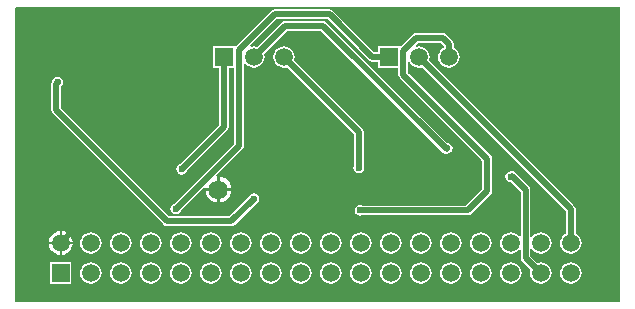
<source format=gbl>
G04 Layer_Physical_Order=2*
G04 Layer_Color=16711680*
%FSLAX44Y44*%
%MOMM*%
G71*
G01*
G75*
%ADD18C,0.5000*%
%ADD23R,1.5000X1.5000*%
%ADD24C,1.5000*%
%ADD25C,0.6000*%
%ADD26C,1.6500*%
G36*
X3015922Y2753422D02*
X3015922Y2504976D01*
X3015023Y2504078D01*
X2504078Y2504078D01*
X2504078Y2752524D01*
X2504976Y2753422D01*
X3015922Y2753422D01*
D02*
G37*
%LPC*%
G36*
X2898350Y2537428D02*
X2896001Y2537118D01*
X2893811Y2536211D01*
X2891931Y2534769D01*
X2890489Y2532889D01*
X2889582Y2530699D01*
X2889272Y2528350D01*
X2889582Y2526001D01*
X2890489Y2523811D01*
X2891931Y2521931D01*
X2893811Y2520488D01*
X2896001Y2519582D01*
X2898350Y2519272D01*
X2900700Y2519582D01*
X2902889Y2520488D01*
X2904769Y2521931D01*
X2906212Y2523811D01*
X2907119Y2526001D01*
X2907428Y2528350D01*
X2907119Y2530699D01*
X2906212Y2532889D01*
X2904769Y2534769D01*
X2902889Y2536211D01*
X2900700Y2537118D01*
X2898350Y2537428D01*
D02*
G37*
G36*
X2923750D02*
X2921401Y2537118D01*
X2919211Y2536211D01*
X2917332Y2534769D01*
X2915889Y2532889D01*
X2914982Y2530699D01*
X2914673Y2528350D01*
X2914982Y2526001D01*
X2915889Y2523811D01*
X2917332Y2521931D01*
X2919211Y2520488D01*
X2921401Y2519582D01*
X2923750Y2519272D01*
X2926100Y2519582D01*
X2928289Y2520488D01*
X2930169Y2521931D01*
X2931612Y2523811D01*
X2932519Y2526001D01*
X2932828Y2528350D01*
X2932519Y2530699D01*
X2931612Y2532889D01*
X2930169Y2534769D01*
X2928289Y2536211D01*
X2926100Y2537118D01*
X2923750Y2537428D01*
D02*
G37*
G36*
X2872950D02*
X2870601Y2537118D01*
X2868411Y2536211D01*
X2866531Y2534769D01*
X2865089Y2532889D01*
X2864182Y2530699D01*
X2863873Y2528350D01*
X2864182Y2526001D01*
X2865089Y2523811D01*
X2866531Y2521931D01*
X2868411Y2520488D01*
X2870601Y2519582D01*
X2872950Y2519272D01*
X2875300Y2519582D01*
X2877489Y2520488D01*
X2879369Y2521931D01*
X2880812Y2523811D01*
X2881718Y2526001D01*
X2882028Y2528350D01*
X2881718Y2530699D01*
X2880812Y2532889D01*
X2879369Y2534769D01*
X2877489Y2536211D01*
X2875300Y2537118D01*
X2872950Y2537428D01*
D02*
G37*
G36*
X2822150D02*
X2819801Y2537118D01*
X2817611Y2536211D01*
X2815732Y2534769D01*
X2814289Y2532889D01*
X2813382Y2530699D01*
X2813073Y2528350D01*
X2813382Y2526001D01*
X2814289Y2523811D01*
X2815732Y2521931D01*
X2817611Y2520488D01*
X2819801Y2519582D01*
X2822150Y2519272D01*
X2824500Y2519582D01*
X2826689Y2520488D01*
X2828569Y2521931D01*
X2830012Y2523811D01*
X2830919Y2526001D01*
X2831228Y2528350D01*
X2830919Y2530699D01*
X2830012Y2532889D01*
X2828569Y2534769D01*
X2826689Y2536211D01*
X2824500Y2537118D01*
X2822150Y2537428D01*
D02*
G37*
G36*
X2847550D02*
X2845201Y2537118D01*
X2843011Y2536211D01*
X2841131Y2534769D01*
X2839689Y2532889D01*
X2838782Y2530699D01*
X2838473Y2528350D01*
X2838782Y2526001D01*
X2839689Y2523811D01*
X2841131Y2521931D01*
X2843011Y2520488D01*
X2845201Y2519582D01*
X2847550Y2519272D01*
X2849900Y2519582D01*
X2852089Y2520488D01*
X2853969Y2521931D01*
X2855412Y2523811D01*
X2856318Y2526001D01*
X2856628Y2528350D01*
X2856318Y2530699D01*
X2855412Y2532889D01*
X2853969Y2534769D01*
X2852089Y2536211D01*
X2849900Y2537118D01*
X2847550Y2537428D01*
D02*
G37*
G36*
X2552745Y2552750D02*
X2543750D01*
Y2543755D01*
X2545371Y2543968D01*
X2547814Y2544980D01*
X2549911Y2546589D01*
X2551520Y2548687D01*
X2552532Y2551129D01*
X2552745Y2552750D01*
D02*
G37*
G36*
X2568150Y2562827D02*
X2565801Y2562518D01*
X2563611Y2561611D01*
X2561731Y2560169D01*
X2560289Y2558289D01*
X2559382Y2556099D01*
X2559073Y2553750D01*
X2559382Y2551400D01*
X2560289Y2549211D01*
X2561731Y2547331D01*
X2563611Y2545889D01*
X2565801Y2544982D01*
X2568150Y2544672D01*
X2570500Y2544982D01*
X2572689Y2545889D01*
X2574569Y2547331D01*
X2576012Y2549211D01*
X2576919Y2551400D01*
X2577228Y2553750D01*
X2576919Y2556099D01*
X2576012Y2558289D01*
X2574569Y2560169D01*
X2572689Y2561611D01*
X2570500Y2562518D01*
X2568150Y2562827D01*
D02*
G37*
G36*
X2541750Y2552750D02*
X2532755D01*
X2532969Y2551129D01*
X2533980Y2548687D01*
X2535590Y2546589D01*
X2537687Y2544980D01*
X2540129Y2543968D01*
X2541750Y2543755D01*
Y2552750D01*
D02*
G37*
G36*
X2974550Y2537428D02*
X2972201Y2537118D01*
X2970011Y2536211D01*
X2968131Y2534769D01*
X2966689Y2532889D01*
X2965782Y2530699D01*
X2965473Y2528350D01*
X2965782Y2526001D01*
X2966689Y2523811D01*
X2968131Y2521931D01*
X2970011Y2520488D01*
X2972201Y2519582D01*
X2974550Y2519272D01*
X2976900Y2519582D01*
X2979089Y2520488D01*
X2980969Y2521931D01*
X2982412Y2523811D01*
X2983318Y2526001D01*
X2983628Y2528350D01*
X2983318Y2530699D01*
X2982412Y2532889D01*
X2980969Y2534769D01*
X2979089Y2536211D01*
X2976900Y2537118D01*
X2974550Y2537428D01*
D02*
G37*
G36*
X2551750Y2537350D02*
X2533750D01*
Y2519350D01*
X2551750D01*
Y2537350D01*
D02*
G37*
G36*
X2644350Y2537428D02*
X2642001Y2537118D01*
X2639811Y2536211D01*
X2637932Y2534769D01*
X2636489Y2532889D01*
X2635582Y2530699D01*
X2635273Y2528350D01*
X2635582Y2526001D01*
X2636489Y2523811D01*
X2637932Y2521931D01*
X2639811Y2520488D01*
X2642001Y2519582D01*
X2644350Y2519272D01*
X2646700Y2519582D01*
X2648889Y2520488D01*
X2650769Y2521931D01*
X2652212Y2523811D01*
X2653119Y2526001D01*
X2653428Y2528350D01*
X2653119Y2530699D01*
X2652212Y2532889D01*
X2650769Y2534769D01*
X2648889Y2536211D01*
X2646700Y2537118D01*
X2644350Y2537428D01*
D02*
G37*
G36*
X2669750D02*
X2667401Y2537118D01*
X2665211Y2536211D01*
X2663331Y2534769D01*
X2661889Y2532889D01*
X2660982Y2530699D01*
X2660673Y2528350D01*
X2660982Y2526001D01*
X2661889Y2523811D01*
X2663331Y2521931D01*
X2665211Y2520488D01*
X2667401Y2519582D01*
X2669750Y2519272D01*
X2672100Y2519582D01*
X2674289Y2520488D01*
X2676169Y2521931D01*
X2677612Y2523811D01*
X2678518Y2526001D01*
X2678828Y2528350D01*
X2678518Y2530699D01*
X2677612Y2532889D01*
X2676169Y2534769D01*
X2674289Y2536211D01*
X2672100Y2537118D01*
X2669750Y2537428D01*
D02*
G37*
G36*
X2618950D02*
X2616601Y2537118D01*
X2614411Y2536211D01*
X2612531Y2534769D01*
X2611089Y2532889D01*
X2610182Y2530699D01*
X2609873Y2528350D01*
X2610182Y2526001D01*
X2611089Y2523811D01*
X2612531Y2521931D01*
X2614411Y2520488D01*
X2616601Y2519582D01*
X2618950Y2519272D01*
X2621300Y2519582D01*
X2623489Y2520488D01*
X2625369Y2521931D01*
X2626812Y2523811D01*
X2627719Y2526001D01*
X2628028Y2528350D01*
X2627719Y2530699D01*
X2626812Y2532889D01*
X2625369Y2534769D01*
X2623489Y2536211D01*
X2621300Y2537118D01*
X2618950Y2537428D01*
D02*
G37*
G36*
X2568150D02*
X2565801Y2537118D01*
X2563611Y2536211D01*
X2561731Y2534769D01*
X2560289Y2532889D01*
X2559382Y2530699D01*
X2559073Y2528350D01*
X2559382Y2526001D01*
X2560289Y2523811D01*
X2561731Y2521931D01*
X2563611Y2520488D01*
X2565801Y2519582D01*
X2568150Y2519272D01*
X2570500Y2519582D01*
X2572689Y2520488D01*
X2574569Y2521931D01*
X2576012Y2523811D01*
X2576919Y2526001D01*
X2577228Y2528350D01*
X2576919Y2530699D01*
X2576012Y2532889D01*
X2574569Y2534769D01*
X2572689Y2536211D01*
X2570500Y2537118D01*
X2568150Y2537428D01*
D02*
G37*
G36*
X2593550D02*
X2591201Y2537118D01*
X2589012Y2536211D01*
X2587131Y2534769D01*
X2585689Y2532889D01*
X2584782Y2530699D01*
X2584473Y2528350D01*
X2584782Y2526001D01*
X2585689Y2523811D01*
X2587131Y2521931D01*
X2589012Y2520488D01*
X2591201Y2519582D01*
X2593550Y2519272D01*
X2595900Y2519582D01*
X2598089Y2520488D01*
X2599969Y2521931D01*
X2601412Y2523811D01*
X2602318Y2526001D01*
X2602628Y2528350D01*
X2602318Y2530699D01*
X2601412Y2532889D01*
X2599969Y2534769D01*
X2598089Y2536211D01*
X2595900Y2537118D01*
X2593550Y2537428D01*
D02*
G37*
G36*
X2771350D02*
X2769001Y2537118D01*
X2766812Y2536211D01*
X2764931Y2534769D01*
X2763489Y2532889D01*
X2762582Y2530699D01*
X2762273Y2528350D01*
X2762582Y2526001D01*
X2763489Y2523811D01*
X2764931Y2521931D01*
X2766812Y2520488D01*
X2769001Y2519582D01*
X2771350Y2519272D01*
X2773700Y2519582D01*
X2775889Y2520488D01*
X2777769Y2521931D01*
X2779212Y2523811D01*
X2780118Y2526001D01*
X2780428Y2528350D01*
X2780118Y2530699D01*
X2779212Y2532889D01*
X2777769Y2534769D01*
X2775889Y2536211D01*
X2773700Y2537118D01*
X2771350Y2537428D01*
D02*
G37*
G36*
X2796750D02*
X2794401Y2537118D01*
X2792211Y2536211D01*
X2790331Y2534769D01*
X2788889Y2532889D01*
X2787982Y2530699D01*
X2787673Y2528350D01*
X2787982Y2526001D01*
X2788889Y2523811D01*
X2790331Y2521931D01*
X2792211Y2520488D01*
X2794401Y2519582D01*
X2796750Y2519272D01*
X2799100Y2519582D01*
X2801289Y2520488D01*
X2803169Y2521931D01*
X2804612Y2523811D01*
X2805518Y2526001D01*
X2805828Y2528350D01*
X2805518Y2530699D01*
X2804612Y2532889D01*
X2803169Y2534769D01*
X2801289Y2536211D01*
X2799100Y2537118D01*
X2796750Y2537428D01*
D02*
G37*
G36*
X2745950D02*
X2743601Y2537118D01*
X2741411Y2536211D01*
X2739531Y2534769D01*
X2738089Y2532889D01*
X2737182Y2530699D01*
X2736873Y2528350D01*
X2737182Y2526001D01*
X2738089Y2523811D01*
X2739531Y2521931D01*
X2741411Y2520488D01*
X2743601Y2519582D01*
X2745950Y2519272D01*
X2748300Y2519582D01*
X2750489Y2520488D01*
X2752369Y2521931D01*
X2753812Y2523811D01*
X2754719Y2526001D01*
X2755028Y2528350D01*
X2754719Y2530699D01*
X2753812Y2532889D01*
X2752369Y2534769D01*
X2750489Y2536211D01*
X2748300Y2537118D01*
X2745950Y2537428D01*
D02*
G37*
G36*
X2695150D02*
X2692801Y2537118D01*
X2690611Y2536211D01*
X2688731Y2534769D01*
X2687289Y2532889D01*
X2686382Y2530699D01*
X2686073Y2528350D01*
X2686382Y2526001D01*
X2687289Y2523811D01*
X2688731Y2521931D01*
X2690611Y2520488D01*
X2692801Y2519582D01*
X2695150Y2519272D01*
X2697500Y2519582D01*
X2699689Y2520488D01*
X2701569Y2521931D01*
X2703012Y2523811D01*
X2703918Y2526001D01*
X2704228Y2528350D01*
X2703918Y2530699D01*
X2703012Y2532889D01*
X2701569Y2534769D01*
X2699689Y2536211D01*
X2697500Y2537118D01*
X2695150Y2537428D01*
D02*
G37*
G36*
X2720550D02*
X2718201Y2537118D01*
X2716011Y2536211D01*
X2714131Y2534769D01*
X2712689Y2532889D01*
X2711782Y2530699D01*
X2711472Y2528350D01*
X2711782Y2526001D01*
X2712689Y2523811D01*
X2714131Y2521931D01*
X2716011Y2520488D01*
X2718201Y2519582D01*
X2720550Y2519272D01*
X2722900Y2519582D01*
X2725089Y2520488D01*
X2726969Y2521931D01*
X2728412Y2523811D01*
X2729319Y2526001D01*
X2729628Y2528350D01*
X2729319Y2530699D01*
X2728412Y2532889D01*
X2726969Y2534769D01*
X2725089Y2536211D01*
X2722900Y2537118D01*
X2720550Y2537428D01*
D02*
G37*
G36*
X2593550Y2562827D02*
X2591201Y2562518D01*
X2589012Y2561611D01*
X2587131Y2560169D01*
X2585689Y2558289D01*
X2584782Y2556099D01*
X2584473Y2553750D01*
X2584782Y2551400D01*
X2585689Y2549211D01*
X2587131Y2547331D01*
X2589012Y2545889D01*
X2591201Y2544982D01*
X2593550Y2544672D01*
X2595900Y2544982D01*
X2598089Y2545889D01*
X2599969Y2547331D01*
X2601412Y2549211D01*
X2602318Y2551400D01*
X2602628Y2553750D01*
X2602318Y2556099D01*
X2601412Y2558289D01*
X2599969Y2560169D01*
X2598089Y2561611D01*
X2595900Y2562518D01*
X2593550Y2562827D01*
D02*
G37*
G36*
X2540000Y2694588D02*
X2538244Y2694239D01*
X2536756Y2693244D01*
X2535761Y2691756D01*
X2535682Y2691359D01*
X2534981Y2690309D01*
X2534670Y2688749D01*
X2534670Y2688748D01*
Y2666250D01*
X2534670Y2666250D01*
X2534981Y2664689D01*
X2535865Y2663366D01*
X2629964Y2569267D01*
X2629964Y2569267D01*
X2631287Y2568383D01*
X2632848Y2568072D01*
X2632848Y2568072D01*
X2687151D01*
X2687151Y2568072D01*
X2688712Y2568383D01*
X2690034Y2569267D01*
X2707722Y2586955D01*
X2708006Y2587011D01*
X2709494Y2588006D01*
X2710489Y2589494D01*
X2710838Y2591250D01*
X2710489Y2593006D01*
X2709494Y2594494D01*
X2708006Y2595489D01*
X2706250Y2595838D01*
X2704494Y2595489D01*
X2703006Y2594494D01*
X2702011Y2593006D01*
X2701955Y2592722D01*
X2685461Y2576229D01*
X2634537D01*
X2542827Y2667939D01*
Y2686477D01*
X2543244Y2686756D01*
X2544239Y2688244D01*
X2544588Y2690000D01*
X2544239Y2691756D01*
X2543244Y2693244D01*
X2541756Y2694239D01*
X2540000Y2694588D01*
D02*
G37*
G36*
X2675250Y2598000D02*
X2665498D01*
X2665737Y2596183D01*
X2666825Y2593558D01*
X2668554Y2591305D01*
X2670808Y2589575D01*
X2673433Y2588488D01*
X2675250Y2588249D01*
Y2598000D01*
D02*
G37*
G36*
X2543750Y2563745D02*
Y2554750D01*
X2552745D01*
X2552532Y2556371D01*
X2551520Y2558813D01*
X2549911Y2560911D01*
X2547814Y2562520D01*
X2545371Y2563531D01*
X2543750Y2563745D01*
D02*
G37*
G36*
X2898350Y2562827D02*
X2896001Y2562518D01*
X2893811Y2561611D01*
X2891931Y2560169D01*
X2890489Y2558289D01*
X2889582Y2556099D01*
X2889272Y2553750D01*
X2889582Y2551400D01*
X2890489Y2549211D01*
X2891931Y2547331D01*
X2893811Y2545889D01*
X2896001Y2544982D01*
X2898350Y2544672D01*
X2900700Y2544982D01*
X2902889Y2545889D01*
X2904769Y2547331D01*
X2906212Y2549211D01*
X2907119Y2551400D01*
X2907428Y2553750D01*
X2907119Y2556099D01*
X2906212Y2558289D01*
X2904769Y2560169D01*
X2902889Y2561611D01*
X2900700Y2562518D01*
X2898350Y2562827D01*
D02*
G37*
G36*
X2541750Y2563745D02*
X2540129Y2563531D01*
X2537687Y2562520D01*
X2535590Y2560911D01*
X2533980Y2558813D01*
X2532969Y2556371D01*
X2532755Y2554750D01*
X2541750D01*
Y2563745D01*
D02*
G37*
G36*
X2924375Y2614703D02*
X2923773Y2614584D01*
X2923750Y2614588D01*
X2921994Y2614239D01*
X2920506Y2613244D01*
X2919511Y2611756D01*
X2919162Y2610000D01*
X2919511Y2608244D01*
X2920506Y2606756D01*
X2921994Y2605761D01*
X2923750Y2605412D01*
X2923809Y2605424D01*
X2932172Y2597061D01*
Y2559645D01*
X2930902Y2559214D01*
X2930169Y2560169D01*
X2928289Y2561611D01*
X2926100Y2562518D01*
X2923750Y2562827D01*
X2921401Y2562518D01*
X2919211Y2561611D01*
X2917332Y2560169D01*
X2915889Y2558289D01*
X2914982Y2556099D01*
X2914673Y2553750D01*
X2914982Y2551400D01*
X2915889Y2549211D01*
X2917332Y2547331D01*
X2919211Y2545889D01*
X2921401Y2544982D01*
X2923750Y2544672D01*
X2926100Y2544982D01*
X2928289Y2545889D01*
X2930169Y2547331D01*
X2930902Y2548286D01*
X2932172Y2547855D01*
Y2541250D01*
X2932172Y2541250D01*
X2932482Y2539689D01*
X2933366Y2538366D01*
X2940573Y2531160D01*
X2940382Y2530699D01*
X2940073Y2528350D01*
X2940382Y2526001D01*
X2941289Y2523811D01*
X2942731Y2521931D01*
X2944612Y2520488D01*
X2946801Y2519582D01*
X2949150Y2519272D01*
X2951500Y2519582D01*
X2953689Y2520488D01*
X2955569Y2521931D01*
X2957012Y2523811D01*
X2957918Y2526001D01*
X2958228Y2528350D01*
X2957918Y2530699D01*
X2957012Y2532889D01*
X2955569Y2534769D01*
X2953689Y2536211D01*
X2951500Y2537118D01*
X2949150Y2537428D01*
X2946801Y2537118D01*
X2946340Y2536927D01*
X2940328Y2542939D01*
Y2548377D01*
X2941599Y2548808D01*
X2942731Y2547331D01*
X2944612Y2545889D01*
X2946801Y2544982D01*
X2949150Y2544672D01*
X2951500Y2544982D01*
X2953689Y2545889D01*
X2955569Y2547331D01*
X2957012Y2549211D01*
X2957918Y2551400D01*
X2958228Y2553750D01*
X2957918Y2556099D01*
X2957012Y2558289D01*
X2955569Y2560169D01*
X2953689Y2561611D01*
X2951500Y2562518D01*
X2949150Y2562827D01*
X2946801Y2562518D01*
X2944612Y2561611D01*
X2942731Y2560169D01*
X2941599Y2558692D01*
X2940328Y2559123D01*
Y2598750D01*
X2940328Y2598750D01*
X2940018Y2600311D01*
X2939134Y2601634D01*
X2939134Y2601634D01*
X2927259Y2613509D01*
X2925936Y2614393D01*
X2924375Y2614703D01*
D02*
G37*
G36*
X2770260Y2751578D02*
X2770260Y2751578D01*
X2723750D01*
X2723750Y2751578D01*
X2722189Y2751268D01*
X2720866Y2750384D01*
X2691006Y2720524D01*
X2689850Y2720250D01*
X2689850Y2720250D01*
X2689850Y2720250D01*
X2671850D01*
Y2702250D01*
X2676772D01*
Y2653789D01*
X2643528Y2620545D01*
X2643244Y2620489D01*
X2641756Y2619494D01*
X2640761Y2618006D01*
X2640412Y2616250D01*
X2640761Y2614494D01*
X2641756Y2613006D01*
X2643244Y2612011D01*
X2645000Y2611662D01*
X2646756Y2612011D01*
X2648244Y2613006D01*
X2649239Y2614494D01*
X2649295Y2614778D01*
X2683734Y2649216D01*
X2684618Y2650539D01*
X2684928Y2652100D01*
X2684928Y2652100D01*
Y2702250D01*
X2689672D01*
Y2637939D01*
X2638529Y2586796D01*
X2638245Y2586740D01*
X2636757Y2585745D01*
X2635762Y2584257D01*
X2635413Y2582501D01*
X2635762Y2580745D01*
X2636757Y2579256D01*
X2638245Y2578262D01*
X2640001Y2577913D01*
X2641757Y2578262D01*
X2643246Y2579256D01*
X2644240Y2580745D01*
X2644296Y2581028D01*
X2664361Y2601093D01*
X2665564Y2600500D01*
X2665498Y2600000D01*
X2675250D01*
Y2609752D01*
X2674750Y2609686D01*
X2674157Y2610889D01*
X2696634Y2633366D01*
X2697518Y2634689D01*
X2697828Y2636249D01*
X2697828Y2636250D01*
Y2705355D01*
X2699099Y2705786D01*
X2699831Y2704831D01*
X2701711Y2703388D01*
X2703900Y2702481D01*
X2706250Y2702172D01*
X2708600Y2702481D01*
X2710789Y2703388D01*
X2712669Y2704831D01*
X2714112Y2706711D01*
X2715018Y2708900D01*
X2715328Y2711250D01*
X2715018Y2713599D01*
X2714828Y2714060D01*
X2734189Y2733422D01*
X2763311D01*
X2866491Y2630241D01*
X2867814Y2629357D01*
X2869375Y2629047D01*
X2869977Y2629166D01*
X2870000Y2629162D01*
X2871756Y2629511D01*
X2873244Y2630506D01*
X2874239Y2631994D01*
X2874588Y2633750D01*
X2874239Y2635506D01*
X2873244Y2636994D01*
X2871756Y2637989D01*
X2870000Y2638338D01*
X2869941Y2638326D01*
X2767884Y2740384D01*
X2766561Y2741268D01*
X2765000Y2741578D01*
X2765000Y2741578D01*
X2732500D01*
X2732500Y2741578D01*
X2730940Y2741268D01*
X2729616Y2740384D01*
X2709060Y2719827D01*
X2708600Y2720018D01*
X2706250Y2720327D01*
X2703900Y2720018D01*
X2703783Y2719969D01*
X2703064Y2721046D01*
X2725439Y2743422D01*
X2768571D01*
X2803627Y2708366D01*
X2803627Y2708366D01*
X2804950Y2707482D01*
X2806511Y2707171D01*
X2806511Y2707171D01*
X2811450D01*
Y2702250D01*
X2828422D01*
Y2696250D01*
X2828422Y2696250D01*
X2828732Y2694689D01*
X2829616Y2693366D01*
X2899672Y2623311D01*
Y2599189D01*
X2885811Y2585328D01*
X2798246D01*
X2798006Y2585489D01*
X2796250Y2585838D01*
X2794494Y2585489D01*
X2793006Y2584494D01*
X2792011Y2583006D01*
X2791662Y2581250D01*
X2792011Y2579494D01*
X2793006Y2578006D01*
X2794494Y2577011D01*
X2796250Y2576662D01*
X2798006Y2577011D01*
X2798246Y2577172D01*
X2887500D01*
X2887500Y2577172D01*
X2889061Y2577482D01*
X2890384Y2578366D01*
X2906634Y2594616D01*
X2906634Y2594616D01*
X2907518Y2595939D01*
X2907828Y2597500D01*
X2907828Y2597500D01*
Y2625000D01*
X2907828Y2625000D01*
X2907518Y2626561D01*
X2906634Y2627884D01*
X2836578Y2697939D01*
Y2706797D01*
X2837849Y2707049D01*
X2837989Y2706711D01*
X2839431Y2704831D01*
X2841311Y2703388D01*
X2843500Y2702481D01*
X2845850Y2702172D01*
X2848199Y2702481D01*
X2848660Y2702672D01*
X2970472Y2580860D01*
Y2561802D01*
X2970011Y2561611D01*
X2968131Y2560169D01*
X2966689Y2558289D01*
X2965782Y2556099D01*
X2965473Y2553750D01*
X2965782Y2551400D01*
X2966689Y2549211D01*
X2968131Y2547331D01*
X2970011Y2545889D01*
X2972201Y2544982D01*
X2974550Y2544672D01*
X2976900Y2544982D01*
X2979089Y2545889D01*
X2980969Y2547331D01*
X2982412Y2549211D01*
X2983318Y2551400D01*
X2983628Y2553750D01*
X2983318Y2556099D01*
X2982412Y2558289D01*
X2980969Y2560169D01*
X2979089Y2561611D01*
X2978629Y2561802D01*
Y2582549D01*
X2978318Y2584110D01*
X2977434Y2585433D01*
X2977434Y2585433D01*
X2854427Y2708440D01*
X2854618Y2708900D01*
X2854928Y2711250D01*
X2854618Y2713599D01*
X2853712Y2715789D01*
X2852269Y2717668D01*
X2850389Y2719111D01*
X2848199Y2720018D01*
X2845850Y2720327D01*
X2843882Y2720068D01*
X2843240Y2721223D01*
X2845439Y2723422D01*
X2864561D01*
X2867172Y2720811D01*
Y2719302D01*
X2866711Y2719111D01*
X2864831Y2717668D01*
X2863388Y2715789D01*
X2862482Y2713599D01*
X2862172Y2711250D01*
X2862482Y2708900D01*
X2863388Y2706711D01*
X2864831Y2704831D01*
X2866711Y2703388D01*
X2868900Y2702481D01*
X2871250Y2702172D01*
X2873600Y2702481D01*
X2875789Y2703388D01*
X2877669Y2704831D01*
X2879111Y2706711D01*
X2880018Y2708900D01*
X2880327Y2711250D01*
X2880018Y2713599D01*
X2879111Y2715789D01*
X2877669Y2717668D01*
X2875789Y2719111D01*
X2875328Y2719302D01*
Y2722500D01*
X2875328Y2722500D01*
X2875018Y2724061D01*
X2874134Y2725384D01*
X2874134Y2725384D01*
X2869134Y2730384D01*
X2867811Y2731268D01*
X2866250Y2731578D01*
X2866250Y2731578D01*
X2843750D01*
X2843750Y2731578D01*
X2842189Y2731268D01*
X2840866Y2730384D01*
X2830720Y2720238D01*
X2829450Y2720250D01*
X2829450Y2720250D01*
X2829450Y2720250D01*
X2811450D01*
Y2715328D01*
X2808200D01*
X2773144Y2750384D01*
X2771821Y2751268D01*
X2771562Y2751319D01*
X2770260Y2751578D01*
D02*
G37*
G36*
X2731650Y2720327D02*
X2729301Y2720018D01*
X2727111Y2719111D01*
X2725231Y2717668D01*
X2723788Y2715789D01*
X2722882Y2713599D01*
X2722572Y2711250D01*
X2722882Y2708900D01*
X2723788Y2706711D01*
X2725231Y2704831D01*
X2727111Y2703388D01*
X2729301Y2702481D01*
X2731650Y2702172D01*
X2734000Y2702481D01*
X2734460Y2702672D01*
X2790922Y2646211D01*
Y2619496D01*
X2790761Y2619256D01*
X2790412Y2617500D01*
X2790761Y2615744D01*
X2791756Y2614256D01*
X2793244Y2613261D01*
X2795000Y2612912D01*
X2796756Y2613261D01*
X2798244Y2614256D01*
X2799239Y2615744D01*
X2799588Y2617500D01*
X2799239Y2619256D01*
X2799078Y2619496D01*
Y2647900D01*
X2798768Y2649460D01*
X2797884Y2650784D01*
X2797884Y2650784D01*
X2740228Y2708440D01*
X2740418Y2708900D01*
X2740728Y2711250D01*
X2740418Y2713599D01*
X2739511Y2715789D01*
X2738069Y2717668D01*
X2736189Y2719111D01*
X2734000Y2720018D01*
X2731650Y2720327D01*
D02*
G37*
G36*
X2687001Y2598000D02*
X2677249D01*
Y2588249D01*
X2679066Y2588488D01*
X2681691Y2589575D01*
X2683945Y2591305D01*
X2685675Y2593558D01*
X2686762Y2596183D01*
X2687001Y2598000D01*
D02*
G37*
G36*
X2677249Y2609752D02*
Y2600000D01*
X2687001D01*
X2686762Y2601817D01*
X2685675Y2604442D01*
X2683945Y2606696D01*
X2681691Y2608425D01*
X2679066Y2609512D01*
X2677249Y2609752D01*
D02*
G37*
G36*
X2872950Y2562827D02*
X2870601Y2562518D01*
X2868411Y2561611D01*
X2866531Y2560169D01*
X2865089Y2558289D01*
X2864182Y2556099D01*
X2863873Y2553750D01*
X2864182Y2551400D01*
X2865089Y2549211D01*
X2866531Y2547331D01*
X2868411Y2545889D01*
X2870601Y2544982D01*
X2872950Y2544672D01*
X2875300Y2544982D01*
X2877489Y2545889D01*
X2879369Y2547331D01*
X2880812Y2549211D01*
X2881718Y2551400D01*
X2882028Y2553750D01*
X2881718Y2556099D01*
X2880812Y2558289D01*
X2879369Y2560169D01*
X2877489Y2561611D01*
X2875300Y2562518D01*
X2872950Y2562827D01*
D02*
G37*
G36*
X2695150D02*
X2692801Y2562518D01*
X2690611Y2561611D01*
X2688731Y2560169D01*
X2687289Y2558289D01*
X2686382Y2556099D01*
X2686073Y2553750D01*
X2686382Y2551400D01*
X2687289Y2549211D01*
X2688731Y2547331D01*
X2690611Y2545889D01*
X2692801Y2544982D01*
X2695150Y2544672D01*
X2697500Y2544982D01*
X2699689Y2545889D01*
X2701569Y2547331D01*
X2703012Y2549211D01*
X2703918Y2551400D01*
X2704228Y2553750D01*
X2703918Y2556099D01*
X2703012Y2558289D01*
X2701569Y2560169D01*
X2699689Y2561611D01*
X2697500Y2562518D01*
X2695150Y2562827D01*
D02*
G37*
G36*
X2720550D02*
X2718201Y2562518D01*
X2716011Y2561611D01*
X2714131Y2560169D01*
X2712689Y2558289D01*
X2711782Y2556099D01*
X2711472Y2553750D01*
X2711782Y2551400D01*
X2712689Y2549211D01*
X2714131Y2547331D01*
X2716011Y2545889D01*
X2718201Y2544982D01*
X2720550Y2544672D01*
X2722900Y2544982D01*
X2725089Y2545889D01*
X2726969Y2547331D01*
X2728412Y2549211D01*
X2729319Y2551400D01*
X2729628Y2553750D01*
X2729319Y2556099D01*
X2728412Y2558289D01*
X2726969Y2560169D01*
X2725089Y2561611D01*
X2722900Y2562518D01*
X2720550Y2562827D01*
D02*
G37*
G36*
X2669750D02*
X2667401Y2562518D01*
X2665211Y2561611D01*
X2663331Y2560169D01*
X2661889Y2558289D01*
X2660982Y2556099D01*
X2660673Y2553750D01*
X2660982Y2551400D01*
X2661889Y2549211D01*
X2663331Y2547331D01*
X2665211Y2545889D01*
X2667401Y2544982D01*
X2669750Y2544672D01*
X2672100Y2544982D01*
X2674289Y2545889D01*
X2676169Y2547331D01*
X2677612Y2549211D01*
X2678518Y2551400D01*
X2678828Y2553750D01*
X2678518Y2556099D01*
X2677612Y2558289D01*
X2676169Y2560169D01*
X2674289Y2561611D01*
X2672100Y2562518D01*
X2669750Y2562827D01*
D02*
G37*
G36*
X2618950D02*
X2616601Y2562518D01*
X2614411Y2561611D01*
X2612531Y2560169D01*
X2611089Y2558289D01*
X2610182Y2556099D01*
X2609873Y2553750D01*
X2610182Y2551400D01*
X2611089Y2549211D01*
X2612531Y2547331D01*
X2614411Y2545889D01*
X2616601Y2544982D01*
X2618950Y2544672D01*
X2621300Y2544982D01*
X2623489Y2545889D01*
X2625369Y2547331D01*
X2626812Y2549211D01*
X2627719Y2551400D01*
X2628028Y2553750D01*
X2627719Y2556099D01*
X2626812Y2558289D01*
X2625369Y2560169D01*
X2623489Y2561611D01*
X2621300Y2562518D01*
X2618950Y2562827D01*
D02*
G37*
G36*
X2644350D02*
X2642001Y2562518D01*
X2639811Y2561611D01*
X2637932Y2560169D01*
X2636489Y2558289D01*
X2635582Y2556099D01*
X2635273Y2553750D01*
X2635582Y2551400D01*
X2636489Y2549211D01*
X2637932Y2547331D01*
X2639811Y2545889D01*
X2642001Y2544982D01*
X2644350Y2544672D01*
X2646700Y2544982D01*
X2648889Y2545889D01*
X2650769Y2547331D01*
X2652212Y2549211D01*
X2653119Y2551400D01*
X2653428Y2553750D01*
X2653119Y2556099D01*
X2652212Y2558289D01*
X2650769Y2560169D01*
X2648889Y2561611D01*
X2646700Y2562518D01*
X2644350Y2562827D01*
D02*
G37*
G36*
X2822150D02*
X2819801Y2562518D01*
X2817611Y2561611D01*
X2815732Y2560169D01*
X2814289Y2558289D01*
X2813382Y2556099D01*
X2813073Y2553750D01*
X2813382Y2551400D01*
X2814289Y2549211D01*
X2815732Y2547331D01*
X2817611Y2545889D01*
X2819801Y2544982D01*
X2822150Y2544672D01*
X2824500Y2544982D01*
X2826689Y2545889D01*
X2828569Y2547331D01*
X2830012Y2549211D01*
X2830919Y2551400D01*
X2831228Y2553750D01*
X2830919Y2556099D01*
X2830012Y2558289D01*
X2828569Y2560169D01*
X2826689Y2561611D01*
X2824500Y2562518D01*
X2822150Y2562827D01*
D02*
G37*
G36*
X2847550D02*
X2845201Y2562518D01*
X2843011Y2561611D01*
X2841131Y2560169D01*
X2839689Y2558289D01*
X2838782Y2556099D01*
X2838473Y2553750D01*
X2838782Y2551400D01*
X2839689Y2549211D01*
X2841131Y2547331D01*
X2843011Y2545889D01*
X2845201Y2544982D01*
X2847550Y2544672D01*
X2849900Y2544982D01*
X2852089Y2545889D01*
X2853969Y2547331D01*
X2855412Y2549211D01*
X2856318Y2551400D01*
X2856628Y2553750D01*
X2856318Y2556099D01*
X2855412Y2558289D01*
X2853969Y2560169D01*
X2852089Y2561611D01*
X2849900Y2562518D01*
X2847550Y2562827D01*
D02*
G37*
G36*
X2796750D02*
X2794401Y2562518D01*
X2792211Y2561611D01*
X2790331Y2560169D01*
X2788889Y2558289D01*
X2787982Y2556099D01*
X2787673Y2553750D01*
X2787982Y2551400D01*
X2788889Y2549211D01*
X2790331Y2547331D01*
X2792211Y2545889D01*
X2794401Y2544982D01*
X2796750Y2544672D01*
X2799100Y2544982D01*
X2801289Y2545889D01*
X2803169Y2547331D01*
X2804612Y2549211D01*
X2805518Y2551400D01*
X2805828Y2553750D01*
X2805518Y2556099D01*
X2804612Y2558289D01*
X2803169Y2560169D01*
X2801289Y2561611D01*
X2799100Y2562518D01*
X2796750Y2562827D01*
D02*
G37*
G36*
X2745950D02*
X2743601Y2562518D01*
X2741411Y2561611D01*
X2739531Y2560169D01*
X2738089Y2558289D01*
X2737182Y2556099D01*
X2736873Y2553750D01*
X2737182Y2551400D01*
X2738089Y2549211D01*
X2739531Y2547331D01*
X2741411Y2545889D01*
X2743601Y2544982D01*
X2745950Y2544672D01*
X2748300Y2544982D01*
X2750489Y2545889D01*
X2752369Y2547331D01*
X2753812Y2549211D01*
X2754719Y2551400D01*
X2755028Y2553750D01*
X2754719Y2556099D01*
X2753812Y2558289D01*
X2752369Y2560169D01*
X2750489Y2561611D01*
X2748300Y2562518D01*
X2745950Y2562827D01*
D02*
G37*
G36*
X2771350D02*
X2769001Y2562518D01*
X2766812Y2561611D01*
X2764931Y2560169D01*
X2763489Y2558289D01*
X2762582Y2556099D01*
X2762273Y2553750D01*
X2762582Y2551400D01*
X2763489Y2549211D01*
X2764931Y2547331D01*
X2766812Y2545889D01*
X2769001Y2544982D01*
X2771350Y2544672D01*
X2773700Y2544982D01*
X2775889Y2545889D01*
X2777769Y2547331D01*
X2779212Y2549211D01*
X2780118Y2551400D01*
X2780428Y2553750D01*
X2780118Y2556099D01*
X2779212Y2558289D01*
X2777769Y2560169D01*
X2775889Y2561611D01*
X2773700Y2562518D01*
X2771350Y2562827D01*
D02*
G37*
%LPD*%
D18*
X2538749Y2688749D02*
X2540000Y2690000D01*
X2538749Y2666250D02*
Y2688749D01*
X2871250Y2711250D02*
Y2722500D01*
X2866250Y2727500D02*
X2871250Y2722500D01*
X2843750Y2727500D02*
X2866250D01*
X2832500Y2716250D02*
X2843750Y2727500D01*
X2832500Y2696250D02*
Y2716250D01*
Y2696250D02*
X2903750Y2625000D01*
Y2597500D02*
Y2625000D01*
X2887500Y2581250D02*
X2903750Y2597500D01*
X2796250Y2581250D02*
X2887500D01*
X2936250Y2541250D02*
Y2598750D01*
X2706250Y2711250D02*
X2732500Y2737500D01*
X2765000D01*
X2936250Y2541250D02*
X2949150Y2528350D01*
X2795000Y2617500D02*
Y2647900D01*
X2731650Y2711250D02*
X2795000Y2647900D01*
X2645000Y2616250D02*
X2680850Y2652100D01*
Y2711250D01*
X2845850D02*
X2974550Y2582549D01*
Y2553750D02*
Y2582549D01*
X2640001Y2582501D02*
X2693750Y2636249D01*
Y2717500D01*
X2723750Y2747500D02*
X2770260D01*
X2693750Y2717500D02*
X2723750Y2747500D01*
X2806511Y2711250D02*
X2820450D01*
X2770260Y2747500D02*
X2806511Y2711250D01*
X2542750Y2553750D02*
X2554250Y2565250D01*
X2730250D01*
X2773750Y2608750D01*
X2785000Y2597500D01*
X2885000D01*
X2632848Y2572151D02*
X2687151D01*
X2538749Y2666250D02*
X2632848Y2572151D01*
X2687151D02*
X2706250Y2591250D01*
X2765000Y2737500D02*
X2869375Y2633125D01*
X2924375Y2610625D02*
X2936250Y2598750D01*
D23*
X2542750Y2528350D02*
D03*
X2820450Y2711250D02*
D03*
X2680850D02*
D03*
D24*
X2542750Y2553750D02*
D03*
X2568150Y2528350D02*
D03*
Y2553750D02*
D03*
X2593550Y2528350D02*
D03*
Y2553750D02*
D03*
X2618950Y2528350D02*
D03*
Y2553750D02*
D03*
X2644350Y2528350D02*
D03*
Y2553750D02*
D03*
X2669750Y2528350D02*
D03*
Y2553750D02*
D03*
X2695150Y2528350D02*
D03*
Y2553750D02*
D03*
X2720550Y2528350D02*
D03*
Y2553750D02*
D03*
X2745950Y2528350D02*
D03*
Y2553750D02*
D03*
X2771350Y2528350D02*
D03*
Y2553750D02*
D03*
X2796750Y2528350D02*
D03*
Y2553750D02*
D03*
X2822150Y2528350D02*
D03*
Y2553750D02*
D03*
X2847550Y2528350D02*
D03*
Y2553750D02*
D03*
X2872950Y2528350D02*
D03*
Y2553750D02*
D03*
X2898350Y2528350D02*
D03*
Y2553750D02*
D03*
X2923750Y2528350D02*
D03*
Y2553750D02*
D03*
X2949150Y2528350D02*
D03*
Y2553750D02*
D03*
X2974550Y2528350D02*
D03*
Y2553750D02*
D03*
X2845850Y2711250D02*
D03*
X2871250D02*
D03*
X2706250D02*
D03*
X2731650D02*
D03*
D25*
X2796250Y2581250D02*
D03*
X2923750Y2610000D02*
D03*
X2795000Y2617500D02*
D03*
X2645000Y2616250D02*
D03*
X2640001Y2582501D02*
D03*
X2885000Y2597500D02*
D03*
X2706250Y2591250D02*
D03*
X2870000Y2633750D02*
D03*
X2540000Y2690000D02*
D03*
X2773750Y2608750D02*
D03*
D26*
X2676250Y2599000D02*
D03*
M02*

</source>
